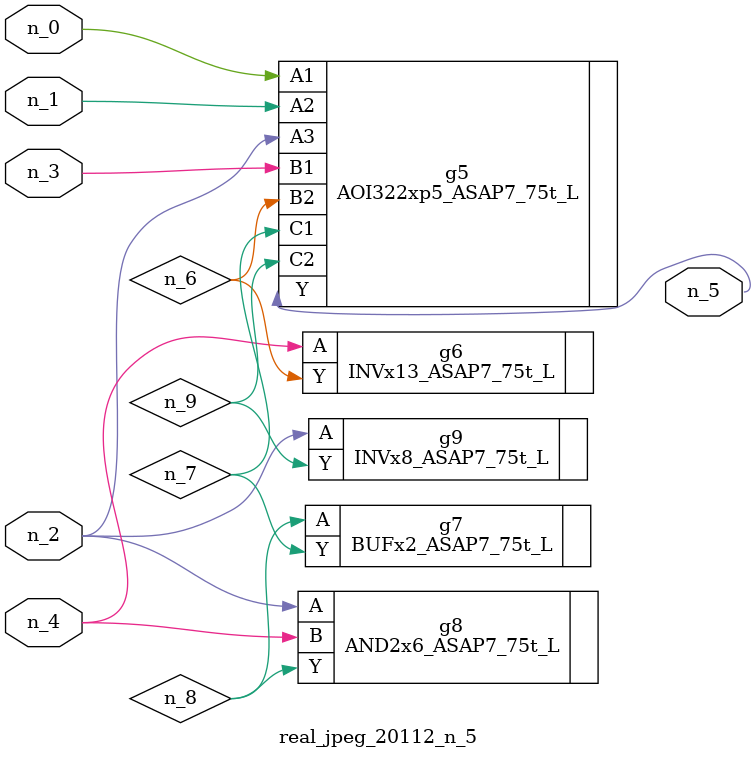
<source format=v>
module real_jpeg_20112_n_5 (n_4, n_0, n_1, n_2, n_3, n_5);

input n_4;
input n_0;
input n_1;
input n_2;
input n_3;

output n_5;

wire n_8;
wire n_6;
wire n_7;
wire n_9;

AOI322xp5_ASAP7_75t_L g5 ( 
.A1(n_0),
.A2(n_1),
.A3(n_2),
.B1(n_3),
.B2(n_6),
.C1(n_7),
.C2(n_9),
.Y(n_5)
);

AND2x6_ASAP7_75t_L g8 ( 
.A(n_2),
.B(n_4),
.Y(n_8)
);

INVx8_ASAP7_75t_L g9 ( 
.A(n_2),
.Y(n_9)
);

INVx13_ASAP7_75t_L g6 ( 
.A(n_4),
.Y(n_6)
);

BUFx2_ASAP7_75t_L g7 ( 
.A(n_8),
.Y(n_7)
);


endmodule
</source>
